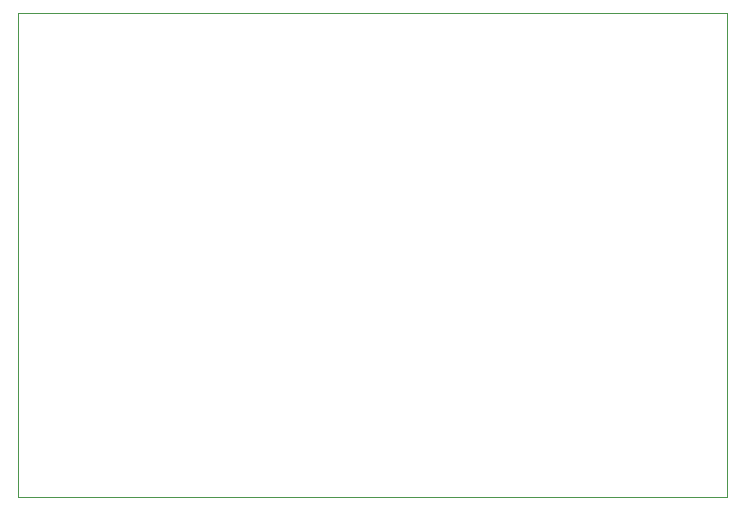
<source format=gm1>
%TF.GenerationSoftware,KiCad,Pcbnew,(6.99.0)*%
%TF.CreationDate,2022-12-27T21:53:31-08:00*%
%TF.ProjectId,eog-pcb-kicad,656f672d-7063-4622-9d6b-696361642e6b,rev?*%
%TF.SameCoordinates,Original*%
%TF.FileFunction,Profile,NP*%
%FSLAX46Y46*%
G04 Gerber Fmt 4.6, Leading zero omitted, Abs format (unit mm)*
G04 Created by KiCad (PCBNEW (6.99.0)) date 2022-12-27 21:53:31*
%MOMM*%
%LPD*%
G01*
G04 APERTURE LIST*
%TA.AperFunction,Profile*%
%ADD10C,0.100000*%
%TD*%
G04 APERTURE END LIST*
D10*
X0Y0D02*
X60000000Y0D01*
X60000000Y0D02*
X60000000Y-41000000D01*
X60000000Y-41000000D02*
X0Y-41000000D01*
X0Y-41000000D02*
X0Y0D01*
M02*

</source>
